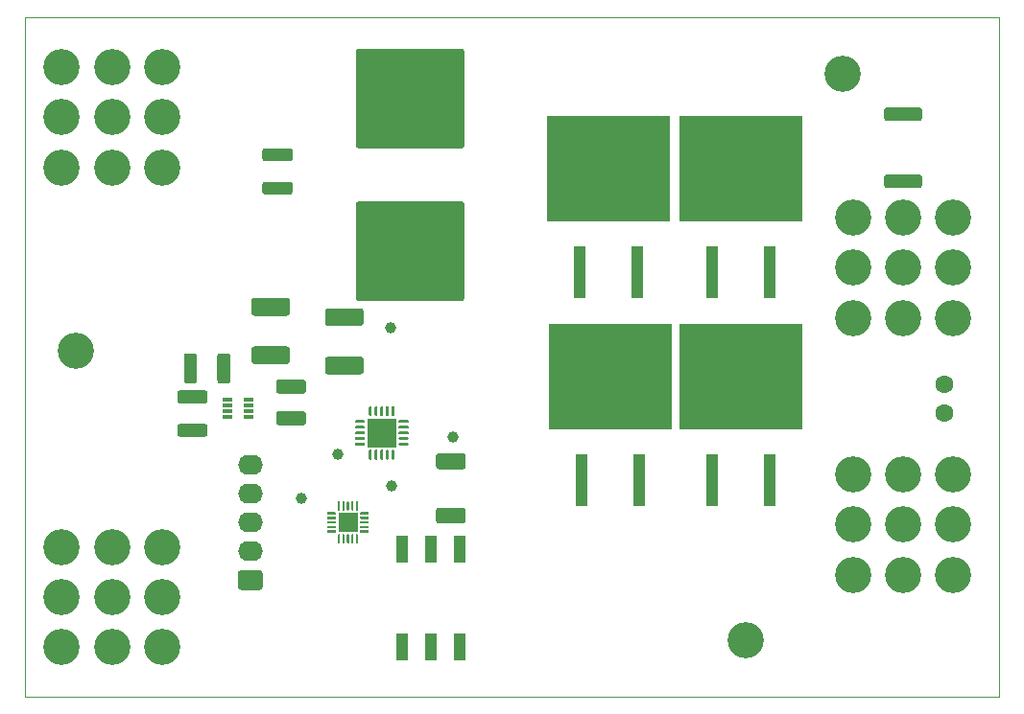
<source format=gbr>
G04 #@! TF.GenerationSoftware,KiCad,Pcbnew,(5.1.9)-1*
G04 #@! TF.CreationDate,2021-07-02T16:45:13-04:00*
G04 #@! TF.ProjectId,Motor Controller 2020,4d6f746f-7220-4436-9f6e-74726f6c6c65,rev?*
G04 #@! TF.SameCoordinates,Original*
G04 #@! TF.FileFunction,Soldermask,Top*
G04 #@! TF.FilePolarity,Negative*
%FSLAX46Y46*%
G04 Gerber Fmt 4.6, Leading zero omitted, Abs format (unit mm)*
G04 Created by KiCad (PCBNEW (5.1.9)-1) date 2021-07-02 16:45:13*
%MOMM*%
%LPD*%
G01*
G04 APERTURE LIST*
G04 #@! TA.AperFunction,Profile*
%ADD10C,0.050000*%
G04 #@! TD*
%ADD11C,3.200000*%
%ADD12R,1.120000X2.440000*%
%ADD13O,2.190000X1.740000*%
%ADD14R,2.600000X2.600000*%
%ADD15C,0.150000*%
%ADD16R,1.700000X1.700000*%
%ADD17C,1.000000*%
%ADD18R,0.850000X0.300000*%
%ADD19R,10.800000X9.400000*%
%ADD20R,1.100000X4.600000*%
%ADD21C,1.600000*%
G04 APERTURE END LIST*
D10*
X174700000Y-102900000D02*
X174700000Y-42900000D01*
X88700000Y-42900000D02*
X174700000Y-42900000D01*
X88700000Y-102900000D02*
X88700000Y-42900000D01*
X88700000Y-102900000D02*
X174700000Y-102900000D01*
G04 #@! TO.C,R1*
G36*
G01*
X127375001Y-87600000D02*
X125224999Y-87600000D01*
G75*
G02*
X124975000Y-87350001I0J249999D01*
G01*
X124975000Y-86449999D01*
G75*
G02*
X125224999Y-86200000I249999J0D01*
G01*
X127375001Y-86200000D01*
G75*
G02*
X127625000Y-86449999I0J-249999D01*
G01*
X127625000Y-87350001D01*
G75*
G02*
X127375001Y-87600000I-249999J0D01*
G01*
G37*
G36*
G01*
X127375001Y-82800000D02*
X125224999Y-82800000D01*
G75*
G02*
X124975000Y-82550001I0J249999D01*
G01*
X124975000Y-81649999D01*
G75*
G02*
X125224999Y-81400000I249999J0D01*
G01*
X127375001Y-81400000D01*
G75*
G02*
X127625000Y-81649999I0J-249999D01*
G01*
X127625000Y-82550001D01*
G75*
G02*
X127375001Y-82800000I-249999J0D01*
G01*
G37*
G04 #@! TD*
D11*
G04 #@! TO.C,J4*
X166200000Y-65000000D03*
X166200000Y-69435000D03*
X170635000Y-65000000D03*
X166200000Y-60565000D03*
X161765000Y-65000000D03*
X161765000Y-69435000D03*
X161765000Y-60565000D03*
X170635000Y-60565000D03*
X170635000Y-69435000D03*
G04 #@! TD*
D12*
G04 #@! TO.C,SW1*
X121960000Y-98505000D03*
X127040000Y-89895000D03*
X124500000Y-98505000D03*
X124500000Y-89895000D03*
X127040000Y-98505000D03*
X121960000Y-89895000D03*
G04 #@! TD*
G04 #@! TO.C,J3*
G36*
G01*
X109445001Y-93470000D02*
X107754999Y-93470000D01*
G75*
G02*
X107505000Y-93220001I0J249999D01*
G01*
X107505000Y-91979999D01*
G75*
G02*
X107754999Y-91730000I249999J0D01*
G01*
X109445001Y-91730000D01*
G75*
G02*
X109695000Y-91979999I0J-249999D01*
G01*
X109695000Y-93220001D01*
G75*
G02*
X109445001Y-93470000I-249999J0D01*
G01*
G37*
D13*
X108600000Y-90060000D03*
X108600000Y-87520000D03*
X108600000Y-84980000D03*
X108600000Y-82440000D03*
G04 #@! TD*
G04 #@! TO.C,C9*
G36*
G01*
X118149997Y-59150000D02*
X127250003Y-59150000D01*
G75*
G02*
X127500000Y-59399997I0J-249997D01*
G01*
X127500000Y-67700003D01*
G75*
G02*
X127250003Y-67950000I-249997J0D01*
G01*
X118149997Y-67950000D01*
G75*
G02*
X117900000Y-67700003I0J249997D01*
G01*
X117900000Y-59399997D01*
G75*
G02*
X118149997Y-59150000I249997J0D01*
G01*
G37*
G36*
G01*
X118149997Y-45650000D02*
X127250003Y-45650000D01*
G75*
G02*
X127500000Y-45899997I0J-249997D01*
G01*
X127500000Y-54200003D01*
G75*
G02*
X127250003Y-54450000I-249997J0D01*
G01*
X118149997Y-54450000D01*
G75*
G02*
X117900000Y-54200003I0J249997D01*
G01*
X117900000Y-45899997D01*
G75*
G02*
X118149997Y-45650000I249997J0D01*
G01*
G37*
G04 #@! TD*
D11*
G04 #@! TO.C,J1*
X100828000Y-56135000D03*
X100828000Y-47265000D03*
X91958000Y-47265000D03*
X91958000Y-56135000D03*
X91958000Y-51700000D03*
X96393000Y-47265000D03*
X100828000Y-51700000D03*
X96393000Y-56135000D03*
X96393000Y-51700000D03*
G04 #@! TD*
G04 #@! TO.C,J2*
X96400000Y-94100000D03*
X96400000Y-98535000D03*
X100835000Y-94100000D03*
X96400000Y-89665000D03*
X91965000Y-94100000D03*
X91965000Y-98535000D03*
X91965000Y-89665000D03*
X100835000Y-89665000D03*
X100835000Y-98535000D03*
G04 #@! TD*
G04 #@! TO.C,J5*
X170635000Y-92135000D03*
X170635000Y-83265000D03*
X161765000Y-83265000D03*
X161765000Y-92135000D03*
X161765000Y-87700000D03*
X166200000Y-83265000D03*
X170635000Y-87700000D03*
X166200000Y-92135000D03*
X166200000Y-87700000D03*
G04 #@! TD*
G04 #@! TO.C,JP1*
G36*
G01*
X167625001Y-57975000D02*
X164774999Y-57975000D01*
G75*
G02*
X164525000Y-57725001I0J249999D01*
G01*
X164525000Y-56999999D01*
G75*
G02*
X164774999Y-56750000I249999J0D01*
G01*
X167625001Y-56750000D01*
G75*
G02*
X167875000Y-56999999I0J-249999D01*
G01*
X167875000Y-57725001D01*
G75*
G02*
X167625001Y-57975000I-249999J0D01*
G01*
G37*
G36*
G01*
X167625001Y-52050000D02*
X164774999Y-52050000D01*
G75*
G02*
X164525000Y-51800001I0J249999D01*
G01*
X164525000Y-51074999D01*
G75*
G02*
X164774999Y-50825000I249999J0D01*
G01*
X167625001Y-50825000D01*
G75*
G02*
X167875000Y-51074999I0J-249999D01*
G01*
X167875000Y-51800001D01*
G75*
G02*
X167625001Y-52050000I-249999J0D01*
G01*
G37*
G04 #@! TD*
G04 #@! TO.C,C5*
G36*
G01*
X115449998Y-68575000D02*
X118350002Y-68575000D01*
G75*
G02*
X118600000Y-68824998I0J-249998D01*
G01*
X118600000Y-69900002D01*
G75*
G02*
X118350002Y-70150000I-249998J0D01*
G01*
X115449998Y-70150000D01*
G75*
G02*
X115200000Y-69900002I0J249998D01*
G01*
X115200000Y-68824998D01*
G75*
G02*
X115449998Y-68575000I249998J0D01*
G01*
G37*
G36*
G01*
X115449998Y-72850000D02*
X118350002Y-72850000D01*
G75*
G02*
X118600000Y-73099998I0J-249998D01*
G01*
X118600000Y-74175002D01*
G75*
G02*
X118350002Y-74425000I-249998J0D01*
G01*
X115449998Y-74425000D01*
G75*
G02*
X115200000Y-74175002I0J249998D01*
G01*
X115200000Y-73099998D01*
G75*
G02*
X115449998Y-72850000I249998J0D01*
G01*
G37*
G04 #@! TD*
G04 #@! TO.C,U2*
G36*
G01*
X122550000Y-80537500D02*
X122550000Y-80662500D01*
G75*
G02*
X122487500Y-80725000I-62500J0D01*
G01*
X121762500Y-80725000D01*
G75*
G02*
X121700000Y-80662500I0J62500D01*
G01*
X121700000Y-80537500D01*
G75*
G02*
X121762500Y-80475000I62500J0D01*
G01*
X122487500Y-80475000D01*
G75*
G02*
X122550000Y-80537500I0J-62500D01*
G01*
G37*
G36*
G01*
X122550000Y-80037500D02*
X122550000Y-80162500D01*
G75*
G02*
X122487500Y-80225000I-62500J0D01*
G01*
X121762500Y-80225000D01*
G75*
G02*
X121700000Y-80162500I0J62500D01*
G01*
X121700000Y-80037500D01*
G75*
G02*
X121762500Y-79975000I62500J0D01*
G01*
X122487500Y-79975000D01*
G75*
G02*
X122550000Y-80037500I0J-62500D01*
G01*
G37*
G36*
G01*
X122550000Y-79537500D02*
X122550000Y-79662500D01*
G75*
G02*
X122487500Y-79725000I-62500J0D01*
G01*
X121762500Y-79725000D01*
G75*
G02*
X121700000Y-79662500I0J62500D01*
G01*
X121700000Y-79537500D01*
G75*
G02*
X121762500Y-79475000I62500J0D01*
G01*
X122487500Y-79475000D01*
G75*
G02*
X122550000Y-79537500I0J-62500D01*
G01*
G37*
G36*
G01*
X122550000Y-79037500D02*
X122550000Y-79162500D01*
G75*
G02*
X122487500Y-79225000I-62500J0D01*
G01*
X121762500Y-79225000D01*
G75*
G02*
X121700000Y-79162500I0J62500D01*
G01*
X121700000Y-79037500D01*
G75*
G02*
X121762500Y-78975000I62500J0D01*
G01*
X122487500Y-78975000D01*
G75*
G02*
X122550000Y-79037500I0J-62500D01*
G01*
G37*
G36*
G01*
X122550000Y-78537500D02*
X122550000Y-78662500D01*
G75*
G02*
X122487500Y-78725000I-62500J0D01*
G01*
X121762500Y-78725000D01*
G75*
G02*
X121700000Y-78662500I0J62500D01*
G01*
X121700000Y-78537500D01*
G75*
G02*
X121762500Y-78475000I62500J0D01*
G01*
X122487500Y-78475000D01*
G75*
G02*
X122550000Y-78537500I0J-62500D01*
G01*
G37*
G36*
G01*
X121325000Y-77312500D02*
X121325000Y-78037500D01*
G75*
G02*
X121262500Y-78100000I-62500J0D01*
G01*
X121137500Y-78100000D01*
G75*
G02*
X121075000Y-78037500I0J62500D01*
G01*
X121075000Y-77312500D01*
G75*
G02*
X121137500Y-77250000I62500J0D01*
G01*
X121262500Y-77250000D01*
G75*
G02*
X121325000Y-77312500I0J-62500D01*
G01*
G37*
G36*
G01*
X120825000Y-77312500D02*
X120825000Y-78037500D01*
G75*
G02*
X120762500Y-78100000I-62500J0D01*
G01*
X120637500Y-78100000D01*
G75*
G02*
X120575000Y-78037500I0J62500D01*
G01*
X120575000Y-77312500D01*
G75*
G02*
X120637500Y-77250000I62500J0D01*
G01*
X120762500Y-77250000D01*
G75*
G02*
X120825000Y-77312500I0J-62500D01*
G01*
G37*
G36*
G01*
X120325000Y-77312500D02*
X120325000Y-78037500D01*
G75*
G02*
X120262500Y-78100000I-62500J0D01*
G01*
X120137500Y-78100000D01*
G75*
G02*
X120075000Y-78037500I0J62500D01*
G01*
X120075000Y-77312500D01*
G75*
G02*
X120137500Y-77250000I62500J0D01*
G01*
X120262500Y-77250000D01*
G75*
G02*
X120325000Y-77312500I0J-62500D01*
G01*
G37*
G36*
G01*
X119825000Y-77312500D02*
X119825000Y-78037500D01*
G75*
G02*
X119762500Y-78100000I-62500J0D01*
G01*
X119637500Y-78100000D01*
G75*
G02*
X119575000Y-78037500I0J62500D01*
G01*
X119575000Y-77312500D01*
G75*
G02*
X119637500Y-77250000I62500J0D01*
G01*
X119762500Y-77250000D01*
G75*
G02*
X119825000Y-77312500I0J-62500D01*
G01*
G37*
G36*
G01*
X119325000Y-77312500D02*
X119325000Y-78037500D01*
G75*
G02*
X119262500Y-78100000I-62500J0D01*
G01*
X119137500Y-78100000D01*
G75*
G02*
X119075000Y-78037500I0J62500D01*
G01*
X119075000Y-77312500D01*
G75*
G02*
X119137500Y-77250000I62500J0D01*
G01*
X119262500Y-77250000D01*
G75*
G02*
X119325000Y-77312500I0J-62500D01*
G01*
G37*
G36*
G01*
X118700000Y-78537500D02*
X118700000Y-78662500D01*
G75*
G02*
X118637500Y-78725000I-62500J0D01*
G01*
X117912500Y-78725000D01*
G75*
G02*
X117850000Y-78662500I0J62500D01*
G01*
X117850000Y-78537500D01*
G75*
G02*
X117912500Y-78475000I62500J0D01*
G01*
X118637500Y-78475000D01*
G75*
G02*
X118700000Y-78537500I0J-62500D01*
G01*
G37*
G36*
G01*
X118700000Y-79037500D02*
X118700000Y-79162500D01*
G75*
G02*
X118637500Y-79225000I-62500J0D01*
G01*
X117912500Y-79225000D01*
G75*
G02*
X117850000Y-79162500I0J62500D01*
G01*
X117850000Y-79037500D01*
G75*
G02*
X117912500Y-78975000I62500J0D01*
G01*
X118637500Y-78975000D01*
G75*
G02*
X118700000Y-79037500I0J-62500D01*
G01*
G37*
G36*
G01*
X118700000Y-79537500D02*
X118700000Y-79662500D01*
G75*
G02*
X118637500Y-79725000I-62500J0D01*
G01*
X117912500Y-79725000D01*
G75*
G02*
X117850000Y-79662500I0J62500D01*
G01*
X117850000Y-79537500D01*
G75*
G02*
X117912500Y-79475000I62500J0D01*
G01*
X118637500Y-79475000D01*
G75*
G02*
X118700000Y-79537500I0J-62500D01*
G01*
G37*
G36*
G01*
X118700000Y-80037500D02*
X118700000Y-80162500D01*
G75*
G02*
X118637500Y-80225000I-62500J0D01*
G01*
X117912500Y-80225000D01*
G75*
G02*
X117850000Y-80162500I0J62500D01*
G01*
X117850000Y-80037500D01*
G75*
G02*
X117912500Y-79975000I62500J0D01*
G01*
X118637500Y-79975000D01*
G75*
G02*
X118700000Y-80037500I0J-62500D01*
G01*
G37*
G36*
G01*
X118700000Y-80537500D02*
X118700000Y-80662500D01*
G75*
G02*
X118637500Y-80725000I-62500J0D01*
G01*
X117912500Y-80725000D01*
G75*
G02*
X117850000Y-80662500I0J62500D01*
G01*
X117850000Y-80537500D01*
G75*
G02*
X117912500Y-80475000I62500J0D01*
G01*
X118637500Y-80475000D01*
G75*
G02*
X118700000Y-80537500I0J-62500D01*
G01*
G37*
G36*
G01*
X119325000Y-81162500D02*
X119325000Y-81887500D01*
G75*
G02*
X119262500Y-81950000I-62500J0D01*
G01*
X119137500Y-81950000D01*
G75*
G02*
X119075000Y-81887500I0J62500D01*
G01*
X119075000Y-81162500D01*
G75*
G02*
X119137500Y-81100000I62500J0D01*
G01*
X119262500Y-81100000D01*
G75*
G02*
X119325000Y-81162500I0J-62500D01*
G01*
G37*
G36*
G01*
X119825000Y-81162500D02*
X119825000Y-81887500D01*
G75*
G02*
X119762500Y-81950000I-62500J0D01*
G01*
X119637500Y-81950000D01*
G75*
G02*
X119575000Y-81887500I0J62500D01*
G01*
X119575000Y-81162500D01*
G75*
G02*
X119637500Y-81100000I62500J0D01*
G01*
X119762500Y-81100000D01*
G75*
G02*
X119825000Y-81162500I0J-62500D01*
G01*
G37*
G36*
G01*
X120325000Y-81162500D02*
X120325000Y-81887500D01*
G75*
G02*
X120262500Y-81950000I-62500J0D01*
G01*
X120137500Y-81950000D01*
G75*
G02*
X120075000Y-81887500I0J62500D01*
G01*
X120075000Y-81162500D01*
G75*
G02*
X120137500Y-81100000I62500J0D01*
G01*
X120262500Y-81100000D01*
G75*
G02*
X120325000Y-81162500I0J-62500D01*
G01*
G37*
G36*
G01*
X120825000Y-81162500D02*
X120825000Y-81887500D01*
G75*
G02*
X120762500Y-81950000I-62500J0D01*
G01*
X120637500Y-81950000D01*
G75*
G02*
X120575000Y-81887500I0J62500D01*
G01*
X120575000Y-81162500D01*
G75*
G02*
X120637500Y-81100000I62500J0D01*
G01*
X120762500Y-81100000D01*
G75*
G02*
X120825000Y-81162500I0J-62500D01*
G01*
G37*
G36*
G01*
X121325000Y-81162500D02*
X121325000Y-81887500D01*
G75*
G02*
X121262500Y-81950000I-62500J0D01*
G01*
X121137500Y-81950000D01*
G75*
G02*
X121075000Y-81887500I0J62500D01*
G01*
X121075000Y-81162500D01*
G75*
G02*
X121137500Y-81100000I62500J0D01*
G01*
X121262500Y-81100000D01*
G75*
G02*
X121325000Y-81162500I0J-62500D01*
G01*
G37*
D14*
X120200000Y-79600000D03*
G04 #@! TD*
G04 #@! TO.C,C4*
G36*
G01*
X108949998Y-67675000D02*
X111850002Y-67675000D01*
G75*
G02*
X112100000Y-67924998I0J-249998D01*
G01*
X112100000Y-69000002D01*
G75*
G02*
X111850002Y-69250000I-249998J0D01*
G01*
X108949998Y-69250000D01*
G75*
G02*
X108700000Y-69000002I0J249998D01*
G01*
X108700000Y-67924998D01*
G75*
G02*
X108949998Y-67675000I249998J0D01*
G01*
G37*
G36*
G01*
X108949998Y-71950000D02*
X111850002Y-71950000D01*
G75*
G02*
X112100000Y-72199998I0J-249998D01*
G01*
X112100000Y-73275002D01*
G75*
G02*
X111850002Y-73525000I-249998J0D01*
G01*
X108949998Y-73525000D01*
G75*
G02*
X108700000Y-73275002I0J249998D01*
G01*
X108700000Y-72199998D01*
G75*
G02*
X108949998Y-71950000I249998J0D01*
G01*
G37*
G04 #@! TD*
D15*
G04 #@! TO.C,U3*
G36*
X118361956Y-88399039D02*
G01*
X118352577Y-88396194D01*
X118343932Y-88391573D01*
X118336356Y-88385355D01*
X118285645Y-88334644D01*
X118279427Y-88327068D01*
X118274806Y-88318423D01*
X118271961Y-88309044D01*
X118271000Y-88299289D01*
X118271000Y-88250000D01*
X118271961Y-88240245D01*
X118274806Y-88230866D01*
X118279427Y-88222221D01*
X118285645Y-88214645D01*
X118293221Y-88208427D01*
X118301866Y-88203806D01*
X118311245Y-88200961D01*
X118321000Y-88200000D01*
X119021000Y-88200000D01*
X119030755Y-88200961D01*
X119040134Y-88203806D01*
X119048779Y-88208427D01*
X119056355Y-88214645D01*
X119062573Y-88222221D01*
X119067194Y-88230866D01*
X119070039Y-88240245D01*
X119071000Y-88250000D01*
X119071000Y-88350000D01*
X119070039Y-88359755D01*
X119067194Y-88369134D01*
X119062573Y-88377779D01*
X119056355Y-88385355D01*
X119048779Y-88391573D01*
X119040134Y-88396194D01*
X119030755Y-88399039D01*
X119021000Y-88400000D01*
X118371711Y-88400000D01*
X118361956Y-88399039D01*
G37*
G36*
G01*
X119071000Y-87850000D02*
X119071000Y-87950000D01*
G75*
G02*
X119021000Y-88000000I-50000J0D01*
G01*
X118321000Y-88000000D01*
G75*
G02*
X118271000Y-87950000I0J50000D01*
G01*
X118271000Y-87850000D01*
G75*
G02*
X118321000Y-87800000I50000J0D01*
G01*
X119021000Y-87800000D01*
G75*
G02*
X119071000Y-87850000I0J-50000D01*
G01*
G37*
G36*
G01*
X119071000Y-87450000D02*
X119071000Y-87550000D01*
G75*
G02*
X119021000Y-87600000I-50000J0D01*
G01*
X118321000Y-87600000D01*
G75*
G02*
X118271000Y-87550000I0J50000D01*
G01*
X118271000Y-87450000D01*
G75*
G02*
X118321000Y-87400000I50000J0D01*
G01*
X119021000Y-87400000D01*
G75*
G02*
X119071000Y-87450000I0J-50000D01*
G01*
G37*
G36*
G01*
X119071000Y-87050000D02*
X119071000Y-87150000D01*
G75*
G02*
X119021000Y-87200000I-50000J0D01*
G01*
X118321000Y-87200000D01*
G75*
G02*
X118271000Y-87150000I0J50000D01*
G01*
X118271000Y-87050000D01*
G75*
G02*
X118321000Y-87000000I50000J0D01*
G01*
X119021000Y-87000000D01*
G75*
G02*
X119071000Y-87050000I0J-50000D01*
G01*
G37*
G36*
X118311245Y-86799039D02*
G01*
X118301866Y-86796194D01*
X118293221Y-86791573D01*
X118285645Y-86785355D01*
X118279427Y-86777779D01*
X118274806Y-86769134D01*
X118271961Y-86759755D01*
X118271000Y-86750000D01*
X118271000Y-86700711D01*
X118271961Y-86690956D01*
X118274806Y-86681577D01*
X118279427Y-86672932D01*
X118285645Y-86665356D01*
X118336356Y-86614645D01*
X118343932Y-86608427D01*
X118352577Y-86603806D01*
X118361956Y-86600961D01*
X118371711Y-86600000D01*
X119021000Y-86600000D01*
X119030755Y-86600961D01*
X119040134Y-86603806D01*
X119048779Y-86608427D01*
X119056355Y-86614645D01*
X119062573Y-86622221D01*
X119067194Y-86630866D01*
X119070039Y-86640245D01*
X119071000Y-86650000D01*
X119071000Y-86750000D01*
X119070039Y-86759755D01*
X119067194Y-86769134D01*
X119062573Y-86777779D01*
X119056355Y-86785355D01*
X119048779Y-86791573D01*
X119040134Y-86796194D01*
X119030755Y-86799039D01*
X119021000Y-86800000D01*
X118321000Y-86800000D01*
X118311245Y-86799039D01*
G37*
G36*
X117961245Y-86449039D02*
G01*
X117951866Y-86446194D01*
X117943221Y-86441573D01*
X117935645Y-86435355D01*
X117929427Y-86427779D01*
X117924806Y-86419134D01*
X117921961Y-86409755D01*
X117921000Y-86400000D01*
X117921000Y-85700000D01*
X117921961Y-85690245D01*
X117924806Y-85680866D01*
X117929427Y-85672221D01*
X117935645Y-85664645D01*
X117943221Y-85658427D01*
X117951866Y-85653806D01*
X117961245Y-85650961D01*
X117971000Y-85650000D01*
X118071000Y-85650000D01*
X118080755Y-85650961D01*
X118090134Y-85653806D01*
X118098779Y-85658427D01*
X118106355Y-85664645D01*
X118112573Y-85672221D01*
X118117194Y-85680866D01*
X118120039Y-85690245D01*
X118121000Y-85700000D01*
X118121000Y-86349289D01*
X118120039Y-86359044D01*
X118117194Y-86368423D01*
X118112573Y-86377068D01*
X118106355Y-86384644D01*
X118055644Y-86435355D01*
X118048068Y-86441573D01*
X118039423Y-86446194D01*
X118030044Y-86449039D01*
X118020289Y-86450000D01*
X117971000Y-86450000D01*
X117961245Y-86449039D01*
G37*
G36*
G01*
X117721000Y-85700000D02*
X117721000Y-86400000D01*
G75*
G02*
X117671000Y-86450000I-50000J0D01*
G01*
X117571000Y-86450000D01*
G75*
G02*
X117521000Y-86400000I0J50000D01*
G01*
X117521000Y-85700000D01*
G75*
G02*
X117571000Y-85650000I50000J0D01*
G01*
X117671000Y-85650000D01*
G75*
G02*
X117721000Y-85700000I0J-50000D01*
G01*
G37*
G36*
G01*
X117321000Y-85700000D02*
X117321000Y-86400000D01*
G75*
G02*
X117271000Y-86450000I-50000J0D01*
G01*
X117171000Y-86450000D01*
G75*
G02*
X117121000Y-86400000I0J50000D01*
G01*
X117121000Y-85700000D01*
G75*
G02*
X117171000Y-85650000I50000J0D01*
G01*
X117271000Y-85650000D01*
G75*
G02*
X117321000Y-85700000I0J-50000D01*
G01*
G37*
G36*
G01*
X116921000Y-85700000D02*
X116921000Y-86400000D01*
G75*
G02*
X116871000Y-86450000I-50000J0D01*
G01*
X116771000Y-86450000D01*
G75*
G02*
X116721000Y-86400000I0J50000D01*
G01*
X116721000Y-85700000D01*
G75*
G02*
X116771000Y-85650000I50000J0D01*
G01*
X116871000Y-85650000D01*
G75*
G02*
X116921000Y-85700000I0J-50000D01*
G01*
G37*
G36*
X116411956Y-86449039D02*
G01*
X116402577Y-86446194D01*
X116393932Y-86441573D01*
X116386356Y-86435355D01*
X116335645Y-86384644D01*
X116329427Y-86377068D01*
X116324806Y-86368423D01*
X116321961Y-86359044D01*
X116321000Y-86349289D01*
X116321000Y-85700000D01*
X116321961Y-85690245D01*
X116324806Y-85680866D01*
X116329427Y-85672221D01*
X116335645Y-85664645D01*
X116343221Y-85658427D01*
X116351866Y-85653806D01*
X116361245Y-85650961D01*
X116371000Y-85650000D01*
X116471000Y-85650000D01*
X116480755Y-85650961D01*
X116490134Y-85653806D01*
X116498779Y-85658427D01*
X116506355Y-85664645D01*
X116512573Y-85672221D01*
X116517194Y-85680866D01*
X116520039Y-85690245D01*
X116521000Y-85700000D01*
X116521000Y-86400000D01*
X116520039Y-86409755D01*
X116517194Y-86419134D01*
X116512573Y-86427779D01*
X116506355Y-86435355D01*
X116498779Y-86441573D01*
X116490134Y-86446194D01*
X116480755Y-86449039D01*
X116471000Y-86450000D01*
X116421711Y-86450000D01*
X116411956Y-86449039D01*
G37*
G36*
X115411245Y-86799039D02*
G01*
X115401866Y-86796194D01*
X115393221Y-86791573D01*
X115385645Y-86785355D01*
X115379427Y-86777779D01*
X115374806Y-86769134D01*
X115371961Y-86759755D01*
X115371000Y-86750000D01*
X115371000Y-86650000D01*
X115371961Y-86640245D01*
X115374806Y-86630866D01*
X115379427Y-86622221D01*
X115385645Y-86614645D01*
X115393221Y-86608427D01*
X115401866Y-86603806D01*
X115411245Y-86600961D01*
X115421000Y-86600000D01*
X116070289Y-86600000D01*
X116080044Y-86600961D01*
X116089423Y-86603806D01*
X116098068Y-86608427D01*
X116105644Y-86614645D01*
X116156355Y-86665356D01*
X116162573Y-86672932D01*
X116167194Y-86681577D01*
X116170039Y-86690956D01*
X116171000Y-86700711D01*
X116171000Y-86750000D01*
X116170039Y-86759755D01*
X116167194Y-86769134D01*
X116162573Y-86777779D01*
X116156355Y-86785355D01*
X116148779Y-86791573D01*
X116140134Y-86796194D01*
X116130755Y-86799039D01*
X116121000Y-86800000D01*
X115421000Y-86800000D01*
X115411245Y-86799039D01*
G37*
G36*
G01*
X116171000Y-87050000D02*
X116171000Y-87150000D01*
G75*
G02*
X116121000Y-87200000I-50000J0D01*
G01*
X115421000Y-87200000D01*
G75*
G02*
X115371000Y-87150000I0J50000D01*
G01*
X115371000Y-87050000D01*
G75*
G02*
X115421000Y-87000000I50000J0D01*
G01*
X116121000Y-87000000D01*
G75*
G02*
X116171000Y-87050000I0J-50000D01*
G01*
G37*
G36*
G01*
X116171000Y-87450000D02*
X116171000Y-87550000D01*
G75*
G02*
X116121000Y-87600000I-50000J0D01*
G01*
X115421000Y-87600000D01*
G75*
G02*
X115371000Y-87550000I0J50000D01*
G01*
X115371000Y-87450000D01*
G75*
G02*
X115421000Y-87400000I50000J0D01*
G01*
X116121000Y-87400000D01*
G75*
G02*
X116171000Y-87450000I0J-50000D01*
G01*
G37*
G36*
G01*
X116171000Y-87850000D02*
X116171000Y-87950000D01*
G75*
G02*
X116121000Y-88000000I-50000J0D01*
G01*
X115421000Y-88000000D01*
G75*
G02*
X115371000Y-87950000I0J50000D01*
G01*
X115371000Y-87850000D01*
G75*
G02*
X115421000Y-87800000I50000J0D01*
G01*
X116121000Y-87800000D01*
G75*
G02*
X116171000Y-87850000I0J-50000D01*
G01*
G37*
G36*
X115411245Y-88399039D02*
G01*
X115401866Y-88396194D01*
X115393221Y-88391573D01*
X115385645Y-88385355D01*
X115379427Y-88377779D01*
X115374806Y-88369134D01*
X115371961Y-88359755D01*
X115371000Y-88350000D01*
X115371000Y-88250000D01*
X115371961Y-88240245D01*
X115374806Y-88230866D01*
X115379427Y-88222221D01*
X115385645Y-88214645D01*
X115393221Y-88208427D01*
X115401866Y-88203806D01*
X115411245Y-88200961D01*
X115421000Y-88200000D01*
X116121000Y-88200000D01*
X116130755Y-88200961D01*
X116140134Y-88203806D01*
X116148779Y-88208427D01*
X116156355Y-88214645D01*
X116162573Y-88222221D01*
X116167194Y-88230866D01*
X116170039Y-88240245D01*
X116171000Y-88250000D01*
X116171000Y-88299289D01*
X116170039Y-88309044D01*
X116167194Y-88318423D01*
X116162573Y-88327068D01*
X116156355Y-88334644D01*
X116105644Y-88385355D01*
X116098068Y-88391573D01*
X116089423Y-88396194D01*
X116080044Y-88399039D01*
X116070289Y-88400000D01*
X115421000Y-88400000D01*
X115411245Y-88399039D01*
G37*
G36*
X116361245Y-89349039D02*
G01*
X116351866Y-89346194D01*
X116343221Y-89341573D01*
X116335645Y-89335355D01*
X116329427Y-89327779D01*
X116324806Y-89319134D01*
X116321961Y-89309755D01*
X116321000Y-89300000D01*
X116321000Y-88650711D01*
X116321961Y-88640956D01*
X116324806Y-88631577D01*
X116329427Y-88622932D01*
X116335645Y-88615356D01*
X116386356Y-88564645D01*
X116393932Y-88558427D01*
X116402577Y-88553806D01*
X116411956Y-88550961D01*
X116421711Y-88550000D01*
X116471000Y-88550000D01*
X116480755Y-88550961D01*
X116490134Y-88553806D01*
X116498779Y-88558427D01*
X116506355Y-88564645D01*
X116512573Y-88572221D01*
X116517194Y-88580866D01*
X116520039Y-88590245D01*
X116521000Y-88600000D01*
X116521000Y-89300000D01*
X116520039Y-89309755D01*
X116517194Y-89319134D01*
X116512573Y-89327779D01*
X116506355Y-89335355D01*
X116498779Y-89341573D01*
X116490134Y-89346194D01*
X116480755Y-89349039D01*
X116471000Y-89350000D01*
X116371000Y-89350000D01*
X116361245Y-89349039D01*
G37*
G36*
G01*
X116921000Y-88600000D02*
X116921000Y-89300000D01*
G75*
G02*
X116871000Y-89350000I-50000J0D01*
G01*
X116771000Y-89350000D01*
G75*
G02*
X116721000Y-89300000I0J50000D01*
G01*
X116721000Y-88600000D01*
G75*
G02*
X116771000Y-88550000I50000J0D01*
G01*
X116871000Y-88550000D01*
G75*
G02*
X116921000Y-88600000I0J-50000D01*
G01*
G37*
G36*
G01*
X117321000Y-88600000D02*
X117321000Y-89300000D01*
G75*
G02*
X117271000Y-89350000I-50000J0D01*
G01*
X117171000Y-89350000D01*
G75*
G02*
X117121000Y-89300000I0J50000D01*
G01*
X117121000Y-88600000D01*
G75*
G02*
X117171000Y-88550000I50000J0D01*
G01*
X117271000Y-88550000D01*
G75*
G02*
X117321000Y-88600000I0J-50000D01*
G01*
G37*
G36*
G01*
X117721000Y-88600000D02*
X117721000Y-89300000D01*
G75*
G02*
X117671000Y-89350000I-50000J0D01*
G01*
X117571000Y-89350000D01*
G75*
G02*
X117521000Y-89300000I0J50000D01*
G01*
X117521000Y-88600000D01*
G75*
G02*
X117571000Y-88550000I50000J0D01*
G01*
X117671000Y-88550000D01*
G75*
G02*
X117721000Y-88600000I0J-50000D01*
G01*
G37*
G36*
X117961245Y-89349039D02*
G01*
X117951866Y-89346194D01*
X117943221Y-89341573D01*
X117935645Y-89335355D01*
X117929427Y-89327779D01*
X117924806Y-89319134D01*
X117921961Y-89309755D01*
X117921000Y-89300000D01*
X117921000Y-88600000D01*
X117921961Y-88590245D01*
X117924806Y-88580866D01*
X117929427Y-88572221D01*
X117935645Y-88564645D01*
X117943221Y-88558427D01*
X117951866Y-88553806D01*
X117961245Y-88550961D01*
X117971000Y-88550000D01*
X118020289Y-88550000D01*
X118030044Y-88550961D01*
X118039423Y-88553806D01*
X118048068Y-88558427D01*
X118055644Y-88564645D01*
X118106355Y-88615356D01*
X118112573Y-88622932D01*
X118117194Y-88631577D01*
X118120039Y-88640956D01*
X118121000Y-88650711D01*
X118121000Y-89300000D01*
X118120039Y-89309755D01*
X118117194Y-89319134D01*
X118112573Y-89327779D01*
X118106355Y-89335355D01*
X118098779Y-89341573D01*
X118090134Y-89346194D01*
X118080755Y-89349039D01*
X118071000Y-89350000D01*
X117971000Y-89350000D01*
X117961245Y-89349039D01*
G37*
D16*
X117221000Y-87500000D03*
G04 #@! TD*
D17*
G04 #@! TO.C,TP1*
X121100000Y-84300000D03*
G04 #@! TD*
G04 #@! TO.C,TP2*
X113100000Y-85400000D03*
G04 #@! TD*
G04 #@! TO.C,TP3*
X116300000Y-81500000D03*
G04 #@! TD*
G04 #@! TO.C,TP4*
X126500000Y-80000000D03*
G04 #@! TD*
D11*
G04 #@! TO.C,H1*
X160900000Y-47900000D03*
G04 #@! TD*
G04 #@! TO.C,H2*
X152300000Y-97900000D03*
G04 #@! TD*
G04 #@! TO.C,H3*
X93200000Y-72300000D03*
G04 #@! TD*
G04 #@! TO.C,C1*
G36*
G01*
X106850000Y-72799999D02*
X106850000Y-75000001D01*
G75*
G02*
X106600001Y-75250000I-249999J0D01*
G01*
X105949999Y-75250000D01*
G75*
G02*
X105700000Y-75000001I0J249999D01*
G01*
X105700000Y-72799999D01*
G75*
G02*
X105949999Y-72550000I249999J0D01*
G01*
X106600001Y-72550000D01*
G75*
G02*
X106850000Y-72799999I0J-249999D01*
G01*
G37*
G36*
G01*
X103900000Y-72799999D02*
X103900000Y-75000001D01*
G75*
G02*
X103650001Y-75250000I-249999J0D01*
G01*
X102999999Y-75250000D01*
G75*
G02*
X102750000Y-75000001I0J249999D01*
G01*
X102750000Y-72799999D01*
G75*
G02*
X102999999Y-72550000I249999J0D01*
G01*
X103650001Y-72550000D01*
G75*
G02*
X103900000Y-72799999I0J-249999D01*
G01*
G37*
G04 #@! TD*
G04 #@! TO.C,C7*
G36*
G01*
X102399999Y-75850000D02*
X104600001Y-75850000D01*
G75*
G02*
X104850000Y-76099999I0J-249999D01*
G01*
X104850000Y-76750001D01*
G75*
G02*
X104600001Y-77000000I-249999J0D01*
G01*
X102399999Y-77000000D01*
G75*
G02*
X102150000Y-76750001I0J249999D01*
G01*
X102150000Y-76099999D01*
G75*
G02*
X102399999Y-75850000I249999J0D01*
G01*
G37*
G36*
G01*
X102399999Y-78800000D02*
X104600001Y-78800000D01*
G75*
G02*
X104850000Y-79049999I0J-249999D01*
G01*
X104850000Y-79700001D01*
G75*
G02*
X104600001Y-79950000I-249999J0D01*
G01*
X102399999Y-79950000D01*
G75*
G02*
X102150000Y-79700001I0J249999D01*
G01*
X102150000Y-79049999D01*
G75*
G02*
X102399999Y-78800000I249999J0D01*
G01*
G37*
G04 #@! TD*
G04 #@! TO.C,L1*
G36*
G01*
X111125000Y-74875000D02*
X113275000Y-74875000D01*
G75*
G02*
X113525000Y-75125000I0J-250000D01*
G01*
X113525000Y-75875000D01*
G75*
G02*
X113275000Y-76125000I-250000J0D01*
G01*
X111125000Y-76125000D01*
G75*
G02*
X110875000Y-75875000I0J250000D01*
G01*
X110875000Y-75125000D01*
G75*
G02*
X111125000Y-74875000I250000J0D01*
G01*
G37*
G36*
G01*
X111125000Y-77675000D02*
X113275000Y-77675000D01*
G75*
G02*
X113525000Y-77925000I0J-250000D01*
G01*
X113525000Y-78675000D01*
G75*
G02*
X113275000Y-78925000I-250000J0D01*
G01*
X111125000Y-78925000D01*
G75*
G02*
X110875000Y-78675000I0J250000D01*
G01*
X110875000Y-77925000D01*
G75*
G02*
X111125000Y-77675000I250000J0D01*
G01*
G37*
G04 #@! TD*
D18*
G04 #@! TO.C,U1*
X106550000Y-76650000D03*
X106550000Y-77150000D03*
X106550000Y-77650000D03*
X106550000Y-78150000D03*
X108450000Y-78150000D03*
X108450000Y-77650000D03*
X108450000Y-77150000D03*
X108450000Y-76650000D03*
G04 #@! TD*
D19*
G04 #@! TO.C,Q1*
X140200000Y-56225000D03*
D20*
X142740000Y-65375000D03*
X137660000Y-65375000D03*
G04 #@! TD*
D19*
G04 #@! TO.C,Q2*
X140354000Y-74625000D03*
D20*
X142894000Y-83775000D03*
X137814000Y-83775000D03*
G04 #@! TD*
G04 #@! TO.C,Q3*
X149333000Y-65388000D03*
X154413000Y-65388000D03*
D19*
X151873000Y-56238000D03*
G04 #@! TD*
D20*
G04 #@! TO.C,Q4*
X149352000Y-83775000D03*
X154432000Y-83775000D03*
D19*
X151892000Y-74625000D03*
G04 #@! TD*
G04 #@! TO.C,C8*
G36*
G01*
X109899999Y-57400000D02*
X112100001Y-57400000D01*
G75*
G02*
X112350000Y-57649999I0J-249999D01*
G01*
X112350000Y-58300001D01*
G75*
G02*
X112100001Y-58550000I-249999J0D01*
G01*
X109899999Y-58550000D01*
G75*
G02*
X109650000Y-58300001I0J249999D01*
G01*
X109650000Y-57649999D01*
G75*
G02*
X109899999Y-57400000I249999J0D01*
G01*
G37*
G36*
G01*
X109899999Y-54450000D02*
X112100001Y-54450000D01*
G75*
G02*
X112350000Y-54699999I0J-249999D01*
G01*
X112350000Y-55350001D01*
G75*
G02*
X112100001Y-55600000I-249999J0D01*
G01*
X109899999Y-55600000D01*
G75*
G02*
X109650000Y-55350001I0J249999D01*
G01*
X109650000Y-54699999D01*
G75*
G02*
X109899999Y-54450000I249999J0D01*
G01*
G37*
G04 #@! TD*
D21*
G04 #@! TO.C,C10*
X169800000Y-77800000D03*
X169800000Y-75300000D03*
G04 #@! TD*
D17*
G04 #@! TO.C,TP7*
X121000000Y-70300000D03*
G04 #@! TD*
M02*

</source>
